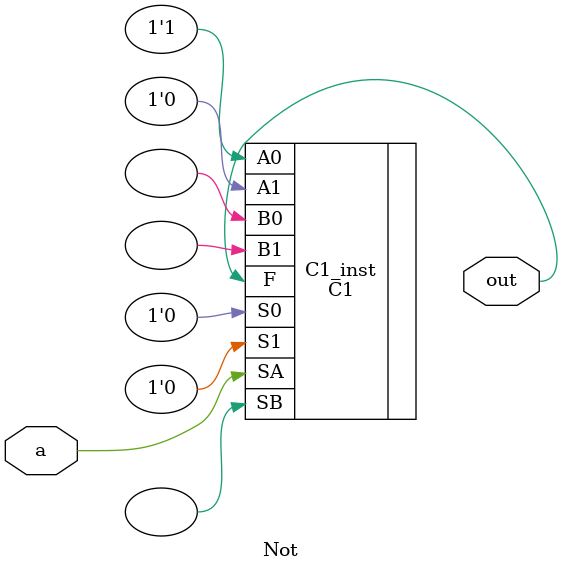
<source format=v>
module Not(input a, output out);
	C1 C1_inst (.A0(1'b1), .A1(1'b0), .SA(a), .B0(), .B1(), .SB(), .S0(1'b0), .S1(1'b0), .F(out));
endmodule
</source>
